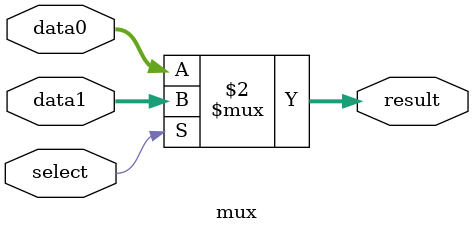
<source format=v>
module mux (
  input [7:0] data0,
  input [7:0] data1,
  input select,
  output reg [7:0] result);

  always @(select or data0 or data1) begin
    result = select ? data1 : data0;
  end
endmodule
</source>
